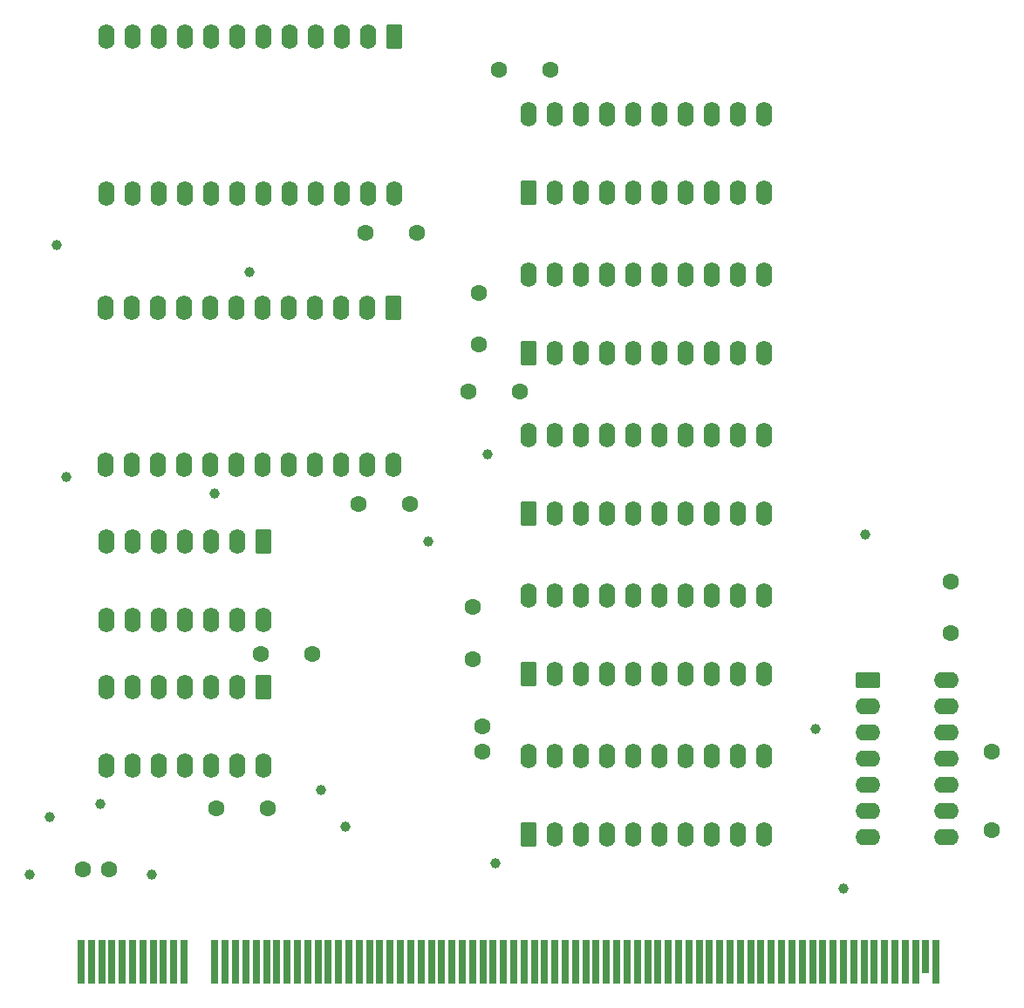
<source format=gbr>
%TF.GenerationSoftware,KiCad,Pcbnew,9.0.5*%
%TF.CreationDate,2025-11-19T18:07:15+02:00*%
%TF.ProjectId,alu_hub,616c755f-6875-4622-9e6b-696361645f70,rev?*%
%TF.SameCoordinates,Original*%
%TF.FileFunction,Soldermask,Top*%
%TF.FilePolarity,Negative*%
%FSLAX46Y46*%
G04 Gerber Fmt 4.6, Leading zero omitted, Abs format (unit mm)*
G04 Created by KiCad (PCBNEW 9.0.5) date 2025-11-19 18:07:15*
%MOMM*%
%LPD*%
G01*
G04 APERTURE LIST*
G04 Aperture macros list*
%AMRoundRect*
0 Rectangle with rounded corners*
0 $1 Rounding radius*
0 $2 $3 $4 $5 $6 $7 $8 $9 X,Y pos of 4 corners*
0 Add a 4 corners polygon primitive as box body*
4,1,4,$2,$3,$4,$5,$6,$7,$8,$9,$2,$3,0*
0 Add four circle primitives for the rounded corners*
1,1,$1+$1,$2,$3*
1,1,$1+$1,$4,$5*
1,1,$1+$1,$6,$7*
1,1,$1+$1,$8,$9*
0 Add four rect primitives between the rounded corners*
20,1,$1+$1,$2,$3,$4,$5,0*
20,1,$1+$1,$4,$5,$6,$7,0*
20,1,$1+$1,$6,$7,$8,$9,0*
20,1,$1+$1,$8,$9,$2,$3,0*%
G04 Aperture macros list end*
%ADD10C,1.000000*%
%ADD11C,1.600000*%
%ADD12RoundRect,0.250000X0.550000X-0.950000X0.550000X0.950000X-0.550000X0.950000X-0.550000X-0.950000X0*%
%ADD13O,1.600000X2.400000*%
%ADD14RoundRect,0.250000X-0.550000X0.950000X-0.550000X-0.950000X0.550000X-0.950000X0.550000X0.950000X0*%
%ADD15R,0.700000X4.300000*%
%ADD16R,0.700000X3.200000*%
%ADD17RoundRect,0.250000X-0.950000X-0.550000X0.950000X-0.550000X0.950000X0.550000X-0.950000X0.550000X0*%
%ADD18O,2.400000X1.600000*%
G04 APERTURE END LIST*
D10*
%TO.C,Mode1*%
X124305000Y-73500000D03*
%TD*%
D11*
%TO.C,R1*%
X196400000Y-120130000D03*
X196400000Y-127750000D03*
%TD*%
D10*
%TO.C,PWR1*%
X103000000Y-132000000D03*
%TD*%
%TO.C,~{RHIGH}1*%
X131300000Y-123800000D03*
%TD*%
%TO.C,~{CLK}1*%
X182000000Y-133400000D03*
%TD*%
D12*
%TO.C,U8*%
X151445000Y-65795000D03*
D13*
X153985000Y-65795000D03*
X156525000Y-65795000D03*
X159065000Y-65795000D03*
X161605000Y-65795000D03*
X164145000Y-65795000D03*
X166685000Y-65795000D03*
X169225000Y-65795000D03*
X171765000Y-65795000D03*
X174305000Y-65795000D03*
X174305000Y-58175000D03*
X171765000Y-58175000D03*
X169225000Y-58175000D03*
X166685000Y-58175000D03*
X164145000Y-58175000D03*
X161605000Y-58175000D03*
X159065000Y-58175000D03*
X156525000Y-58175000D03*
X153985000Y-58175000D03*
X151445000Y-58175000D03*
%TD*%
D10*
%TO.C,Zero1*%
X114900000Y-132000000D03*
%TD*%
D11*
%TO.C,C8*%
X121100000Y-125550000D03*
X126100000Y-125550000D03*
%TD*%
D10*
%TO.C,S3*%
X147500000Y-91200000D03*
%TD*%
%TO.C,S1*%
X105000000Y-126400000D03*
%TD*%
%TO.C,~{RALU}1*%
X141700000Y-99700000D03*
%TD*%
D11*
%TO.C,C5*%
X146940000Y-117630000D03*
X146940000Y-120130000D03*
%TD*%
D14*
%TO.C,U9*%
X125670000Y-113860000D03*
D13*
X123130000Y-113860000D03*
X120590000Y-113860000D03*
X118050000Y-113860000D03*
X115510000Y-113860000D03*
X112970000Y-113860000D03*
X110430000Y-113860000D03*
X110430000Y-121480000D03*
X112970000Y-121480000D03*
X115510000Y-121480000D03*
X118050000Y-121480000D03*
X120590000Y-121480000D03*
X123130000Y-121480000D03*
X125670000Y-121480000D03*
%TD*%
D12*
%TO.C,U7*%
X151445000Y-81371200D03*
D13*
X153985000Y-81371200D03*
X156525000Y-81371200D03*
X159065000Y-81371200D03*
X161605000Y-81371200D03*
X164145000Y-81371200D03*
X166685000Y-81371200D03*
X169225000Y-81371200D03*
X171765000Y-81371200D03*
X174305000Y-81371200D03*
X174305000Y-73751200D03*
X171765000Y-73751200D03*
X169225000Y-73751200D03*
X166685000Y-73751200D03*
X164145000Y-73751200D03*
X161605000Y-73751200D03*
X159065000Y-73751200D03*
X156525000Y-73751200D03*
X153985000Y-73751200D03*
X151445000Y-73751200D03*
%TD*%
D11*
%TO.C,C1*%
X153550000Y-53900000D03*
X148550000Y-53900000D03*
%TD*%
%TO.C,C11*%
X110700000Y-131550000D03*
X108200000Y-131550000D03*
%TD*%
%TO.C,C10*%
X135630000Y-69700000D03*
X140630000Y-69700000D03*
%TD*%
%TO.C,C3*%
X145625000Y-85125000D03*
X150625000Y-85125000D03*
%TD*%
D10*
%TO.C,Sign1*%
X109900000Y-125200000D03*
%TD*%
D12*
%TO.C,U1*%
X151445000Y-128100000D03*
D13*
X153985000Y-128100000D03*
X156525000Y-128100000D03*
X159065000Y-128100000D03*
X161605000Y-128100000D03*
X164145000Y-128100000D03*
X166685000Y-128100000D03*
X169225000Y-128100000D03*
X171765000Y-128100000D03*
X174305000Y-128100000D03*
X174305000Y-120480000D03*
X171765000Y-120480000D03*
X169225000Y-120480000D03*
X166685000Y-120480000D03*
X164145000Y-120480000D03*
X161605000Y-120480000D03*
X159065000Y-120480000D03*
X156525000Y-120480000D03*
X153985000Y-120480000D03*
X151445000Y-120480000D03*
%TD*%
D10*
%TO.C,~{Carry}1*%
X106600000Y-93400000D03*
%TD*%
D11*
%TO.C,C2*%
X146650000Y-80575000D03*
X146650000Y-75575000D03*
%TD*%
D14*
%TO.C,U4*%
X138280000Y-76985000D03*
D13*
X135740000Y-76985000D03*
X133200000Y-76985000D03*
X130660000Y-76985000D03*
X128120000Y-76985000D03*
X125580000Y-76985000D03*
X123040000Y-76985000D03*
X120500000Y-76985000D03*
X117960000Y-76985000D03*
X115420000Y-76985000D03*
X112880000Y-76985000D03*
X110340000Y-76985000D03*
X110340000Y-92225000D03*
X112880000Y-92225000D03*
X115420000Y-92225000D03*
X117960000Y-92225000D03*
X120500000Y-92225000D03*
X123040000Y-92225000D03*
X125580000Y-92225000D03*
X128120000Y-92225000D03*
X130660000Y-92225000D03*
X133200000Y-92225000D03*
X135740000Y-92225000D03*
X138280000Y-92225000D03*
%TD*%
D14*
%TO.C,U5*%
X138380000Y-50655000D03*
D13*
X135840000Y-50655000D03*
X133300000Y-50655000D03*
X130760000Y-50655000D03*
X128220000Y-50655000D03*
X125680000Y-50655000D03*
X123140000Y-50655000D03*
X120600000Y-50655000D03*
X118060000Y-50655000D03*
X115520000Y-50655000D03*
X112980000Y-50655000D03*
X110440000Y-50655000D03*
X110440000Y-65895000D03*
X112980000Y-65895000D03*
X115520000Y-65895000D03*
X118060000Y-65895000D03*
X120600000Y-65895000D03*
X123140000Y-65895000D03*
X125680000Y-65895000D03*
X128220000Y-65895000D03*
X130760000Y-65895000D03*
X133300000Y-65895000D03*
X135840000Y-65895000D03*
X138380000Y-65895000D03*
%TD*%
D15*
%TO.C,BC1*%
X108000000Y-140500000D03*
X109000000Y-140500000D03*
X110000000Y-140500000D03*
X111000000Y-140500000D03*
X112000000Y-140500000D03*
X113000000Y-140500000D03*
X114000000Y-140500000D03*
X115000000Y-140500000D03*
X116000000Y-140500000D03*
X117000000Y-140500000D03*
X118000000Y-140500000D03*
X121000000Y-140500000D03*
X122000000Y-140500000D03*
X123000000Y-140500000D03*
X124000000Y-140500000D03*
X125000000Y-140500000D03*
X126000000Y-140500000D03*
X127000000Y-140500000D03*
X128000000Y-140500000D03*
X129000000Y-140500000D03*
X130000000Y-140500000D03*
X131000000Y-140500000D03*
X132000000Y-140500000D03*
X133000000Y-140500000D03*
X134000000Y-140500000D03*
X135000000Y-140500000D03*
X136000000Y-140500000D03*
X137000000Y-140500000D03*
X138000000Y-140500000D03*
X139000000Y-140500000D03*
X140000000Y-140500000D03*
X141000000Y-140500000D03*
X142000000Y-140500000D03*
X143000000Y-140500000D03*
X144000000Y-140500000D03*
X145000000Y-140500000D03*
X146000000Y-140500000D03*
X147000000Y-140500000D03*
X148000000Y-140500000D03*
X149000000Y-140500000D03*
X150000000Y-140500000D03*
X151000000Y-140500000D03*
X152000000Y-140500000D03*
X153000000Y-140500000D03*
X154000000Y-140500000D03*
X155000000Y-140500000D03*
X156000000Y-140500000D03*
X157000000Y-140500000D03*
X158000000Y-140500000D03*
X159000000Y-140500000D03*
X160000000Y-140500000D03*
X161000000Y-140500000D03*
X162000000Y-140500000D03*
X163000000Y-140500000D03*
X164000000Y-140500000D03*
X165000000Y-140500000D03*
X166000000Y-140500000D03*
X167000000Y-140500000D03*
X168000000Y-140500000D03*
X169000000Y-140500000D03*
X170000000Y-140500000D03*
X171000000Y-140500000D03*
X172000000Y-140500000D03*
X173000000Y-140500000D03*
X174000000Y-140500000D03*
X175000000Y-140500000D03*
X176000000Y-140500000D03*
X177000000Y-140500000D03*
X178000000Y-140500000D03*
X179000000Y-140500000D03*
X180000000Y-140500000D03*
X181000000Y-140500000D03*
X182000000Y-140500000D03*
X183000000Y-140500000D03*
X184000000Y-140500000D03*
X185000000Y-140500000D03*
X186000000Y-140500000D03*
X187000000Y-140500000D03*
X188000000Y-140500000D03*
X189000000Y-140500000D03*
D16*
X190000000Y-139950000D03*
D15*
X191000000Y-140500000D03*
%TD*%
D11*
%TO.C,C7*%
X134925000Y-96075000D03*
X139925000Y-96075000D03*
%TD*%
D17*
%TO.C,U3*%
X184380000Y-113140000D03*
D18*
X184380000Y-115680000D03*
X184380000Y-118220000D03*
X184380000Y-120760000D03*
X184380000Y-123300000D03*
X184380000Y-125840000D03*
X184380000Y-128380000D03*
X192000000Y-128380000D03*
X192000000Y-125840000D03*
X192000000Y-123300000D03*
X192000000Y-120760000D03*
X192000000Y-118220000D03*
X192000000Y-115680000D03*
X192000000Y-113140000D03*
%TD*%
D11*
%TO.C,C9*%
X125450000Y-110575000D03*
X130450000Y-110575000D03*
%TD*%
D14*
%TO.C,U10*%
X125670000Y-99680000D03*
D13*
X123130000Y-99680000D03*
X120590000Y-99680000D03*
X118050000Y-99680000D03*
X115510000Y-99680000D03*
X112970000Y-99680000D03*
X110430000Y-99680000D03*
X110430000Y-107300000D03*
X112970000Y-107300000D03*
X115510000Y-107300000D03*
X118050000Y-107300000D03*
X120590000Y-107300000D03*
X123130000Y-107300000D03*
X125670000Y-107300000D03*
%TD*%
D11*
%TO.C,C4*%
X146025000Y-111075000D03*
X146025000Y-106075000D03*
%TD*%
%TO.C,C6*%
X192450000Y-103600000D03*
X192450000Y-108600000D03*
%TD*%
D10*
%TO.C,S0*%
X148200000Y-130900000D03*
%TD*%
%TO.C,~{CaIn}1*%
X121000000Y-95000000D03*
%TD*%
%TO.C,~{LHIGH}1*%
X179300000Y-117900000D03*
%TD*%
D12*
%TO.C,U2*%
X151445000Y-112523700D03*
D13*
X153985000Y-112523700D03*
X156525000Y-112523700D03*
X159065000Y-112523700D03*
X161605000Y-112523700D03*
X164145000Y-112523700D03*
X166685000Y-112523700D03*
X169225000Y-112523700D03*
X171765000Y-112523700D03*
X174305000Y-112523700D03*
X174305000Y-104903700D03*
X171765000Y-104903700D03*
X169225000Y-104903700D03*
X166685000Y-104903700D03*
X164145000Y-104903700D03*
X161605000Y-104903700D03*
X159065000Y-104903700D03*
X156525000Y-104903700D03*
X153985000Y-104903700D03*
X151445000Y-104903700D03*
%TD*%
D10*
%TO.C,~{RLOW}1*%
X133700000Y-127400000D03*
%TD*%
%TO.C,S2*%
X105600000Y-70900000D03*
%TD*%
%TO.C,~{LLOW}1*%
X184100000Y-99000000D03*
%TD*%
D12*
%TO.C,U6*%
X151445000Y-96947500D03*
D13*
X153985000Y-96947500D03*
X156525000Y-96947500D03*
X159065000Y-96947500D03*
X161605000Y-96947500D03*
X164145000Y-96947500D03*
X166685000Y-96947500D03*
X169225000Y-96947500D03*
X171765000Y-96947500D03*
X174305000Y-96947500D03*
X174305000Y-89327500D03*
X171765000Y-89327500D03*
X169225000Y-89327500D03*
X166685000Y-89327500D03*
X164145000Y-89327500D03*
X161605000Y-89327500D03*
X159065000Y-89327500D03*
X156525000Y-89327500D03*
X153985000Y-89327500D03*
X151445000Y-89327500D03*
%TD*%
M02*

</source>
